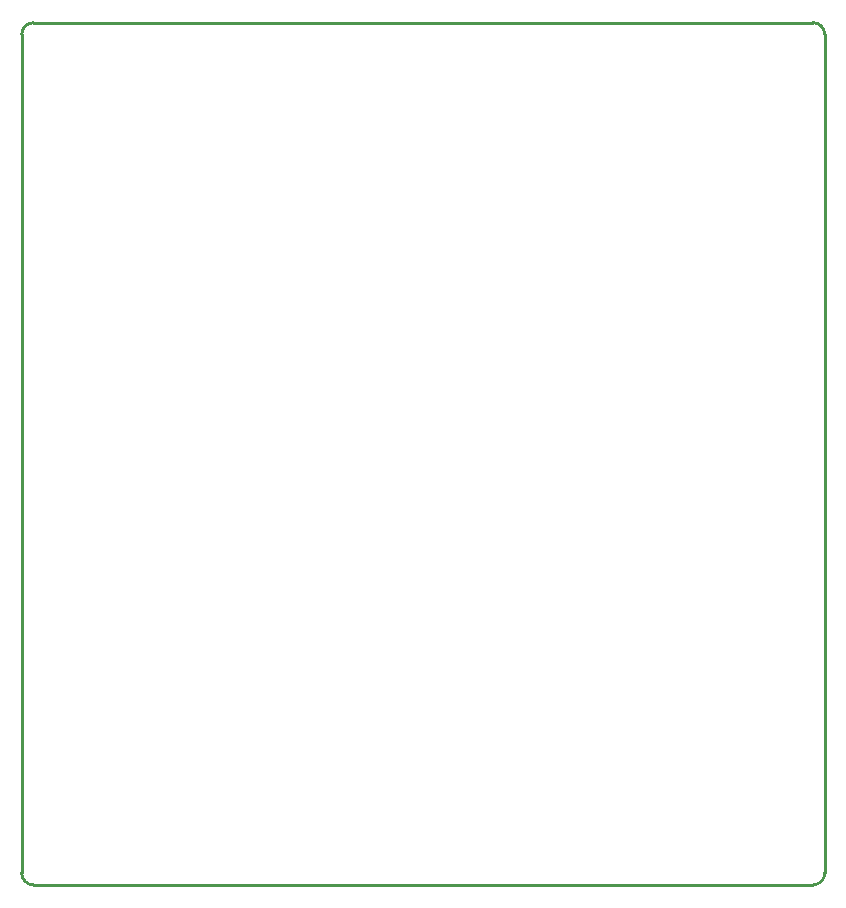
<source format=gbr>
%TF.GenerationSoftware,KiCad,Pcbnew,(6.0.10)*%
%TF.CreationDate,2023-01-21T19:58:42+05:30*%
%TF.ProjectId,Micro MCU V2,4d696372-6f20-44d4-9355-2056322e6b69,rev?*%
%TF.SameCoordinates,Original*%
%TF.FileFunction,Profile,NP*%
%FSLAX46Y46*%
G04 Gerber Fmt 4.6, Leading zero omitted, Abs format (unit mm)*
G04 Created by KiCad (PCBNEW (6.0.10)) date 2023-01-21 19:58:42*
%MOMM*%
%LPD*%
G01*
G04 APERTURE LIST*
%TA.AperFunction,Profile*%
%ADD10C,0.250000*%
%TD*%
G04 APERTURE END LIST*
D10*
X205000000Y-44000000D02*
X205000000Y-115000000D01*
X138000000Y-43000000D02*
X204000000Y-43000000D01*
X137000000Y-115000000D02*
X137000000Y-44000000D01*
X204000000Y-116000000D02*
X138000000Y-116000000D01*
X204000000Y-116000000D02*
G75*
G03*
X205000000Y-115000000I0J1000000D01*
G01*
X137000000Y-115000000D02*
G75*
G03*
X138000000Y-116000000I1000000J0D01*
G01*
X138000000Y-43000000D02*
G75*
G03*
X137000000Y-44000000I0J-1000000D01*
G01*
X205000000Y-44000000D02*
G75*
G03*
X204000000Y-43000000I-1000000J0D01*
G01*
M02*

</source>
